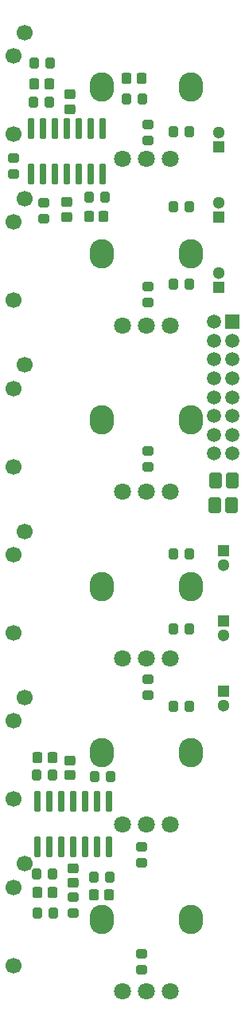
<source format=gbr>
G04 DipTrace 4.0.0.5*
G04 BottomMask.gbr*
%MOIN*%
G04 #@! TF.FileFunction,Soldermask,Bot*
G04 #@! TF.Part,Single*
%AMOUTLINE1*
4,1,28,
0.014105,-0.032874,
-0.014105,-0.032874,
-0.017038,-0.032488,
-0.01989,-0.031306,
-0.02234,-0.029427,
-0.02422,-0.026977,
-0.025401,-0.024124,
-0.025787,-0.021192,
-0.025787,0.021192,
-0.025401,0.024124,
-0.02422,0.026977,
-0.02234,0.029427,
-0.01989,0.031306,
-0.017038,0.032488,
-0.014105,0.032874,
0.014105,0.032874,
0.017038,0.032488,
0.01989,0.031306,
0.02234,0.029427,
0.02422,0.026977,
0.025401,0.024124,
0.025787,0.021192,
0.025787,-0.021192,
0.025401,-0.024124,
0.02422,-0.026977,
0.02234,-0.029427,
0.01989,-0.031306,
0.017038,-0.032488,
0.014105,-0.032874,
0*%
%AMOUTLINE4*
4,1,28,
-0.014105,0.032874,
0.014105,0.032874,
0.017038,0.032488,
0.01989,0.031306,
0.02234,0.029427,
0.02422,0.026977,
0.025401,0.024124,
0.025787,0.021192,
0.025787,-0.021192,
0.025401,-0.024124,
0.02422,-0.026977,
0.02234,-0.029427,
0.01989,-0.031306,
0.017038,-0.032488,
0.014105,-0.032874,
-0.014105,-0.032874,
-0.017038,-0.032488,
-0.01989,-0.031306,
-0.02234,-0.029427,
-0.02422,-0.026977,
-0.025401,-0.024124,
-0.025787,-0.021192,
-0.025787,0.021192,
-0.025401,0.024124,
-0.02422,0.026977,
-0.02234,0.029427,
-0.01989,0.031306,
-0.017038,0.032488,
-0.014105,0.032874,
0*%
%AMOUTLINE7*
4,1,28,
-0.009775,0.023031,
0.009775,0.023031,
0.012605,0.022659,
0.015363,0.021517,
0.017731,0.019699,
0.019548,0.017331,
0.02069,0.014574,
0.021063,0.011743,
0.021063,-0.011743,
0.02069,-0.014574,
0.019548,-0.017331,
0.017731,-0.019699,
0.015363,-0.021517,
0.012605,-0.022659,
0.009775,-0.023031,
-0.009775,-0.023031,
-0.012605,-0.022659,
-0.015363,-0.021517,
-0.017731,-0.019699,
-0.019548,-0.017331,
-0.02069,-0.014574,
-0.021063,-0.011743,
-0.021063,0.011743,
-0.02069,0.014574,
-0.019548,0.017331,
-0.017731,0.019699,
-0.015363,0.021517,
-0.012605,0.022659,
-0.009775,0.023031,
0*%
%AMOUTLINE10*
4,1,28,
0.009775,-0.023031,
-0.009775,-0.023031,
-0.012605,-0.022659,
-0.015363,-0.021517,
-0.017731,-0.019699,
-0.019548,-0.017331,
-0.02069,-0.014574,
-0.021063,-0.011743,
-0.021063,0.011743,
-0.02069,0.014574,
-0.019548,0.017331,
-0.017731,0.019699,
-0.015363,0.021517,
-0.012605,0.022659,
-0.009775,0.023031,
0.009775,0.023031,
0.012605,0.022659,
0.015363,0.021517,
0.017731,0.019699,
0.019548,0.017331,
0.02069,0.014574,
0.021063,0.011743,
0.021063,-0.011743,
0.02069,-0.014574,
0.019548,-0.017331,
0.017731,-0.019699,
0.015363,-0.021517,
0.012605,-0.022659,
0.009775,-0.023031,
0*%
%AMOUTLINE13*
4,1,28,
0.023031,0.009775,
0.023031,-0.009775,
0.022659,-0.012605,
0.021517,-0.015363,
0.019699,-0.017731,
0.017331,-0.019548,
0.014574,-0.02069,
0.011743,-0.021063,
-0.011743,-0.021063,
-0.014574,-0.02069,
-0.017331,-0.019548,
-0.019699,-0.017731,
-0.021517,-0.015363,
-0.022659,-0.012605,
-0.023031,-0.009775,
-0.023031,0.009775,
-0.022659,0.012605,
-0.021517,0.015363,
-0.019699,0.017731,
-0.017331,0.019548,
-0.014574,0.02069,
-0.011743,0.021063,
0.011743,0.021063,
0.014574,0.02069,
0.017331,0.019548,
0.019699,0.017731,
0.021517,0.015363,
0.022659,0.012605,
0.023031,0.009775,
0*%
%AMOUTLINE16*
4,1,28,
-0.023031,-0.009775,
-0.023031,0.009775,
-0.022659,0.012605,
-0.021517,0.015363,
-0.019699,0.017731,
-0.017331,0.019548,
-0.014574,0.02069,
-0.011743,0.021063,
0.011743,0.021063,
0.014574,0.02069,
0.017331,0.019548,
0.019699,0.017731,
0.021517,0.015363,
0.022659,0.012605,
0.023031,0.009775,
0.023031,-0.009775,
0.022659,-0.012605,
0.021517,-0.015363,
0.019699,-0.017731,
0.017331,-0.019548,
0.014574,-0.02069,
0.011743,-0.021063,
-0.011743,-0.021063,
-0.014574,-0.02069,
-0.017331,-0.019548,
-0.019699,-0.017731,
-0.021517,-0.015363,
-0.022659,-0.012605,
-0.023031,-0.009775,
0*%
%AMOUTLINE19*
4,1,28,
0.008594,-0.023031,
-0.008594,-0.023031,
-0.011118,-0.022699,
-0.013591,-0.021675,
-0.015715,-0.020045,
-0.017344,-0.017922,
-0.018368,-0.015449,
-0.018701,-0.012924,
-0.018701,0.012924,
-0.018368,0.015449,
-0.017344,0.017922,
-0.015715,0.020045,
-0.013591,0.021675,
-0.011118,0.022699,
-0.008594,0.023031,
0.008594,0.023031,
0.011118,0.022699,
0.013591,0.021675,
0.015715,0.020045,
0.017344,0.017922,
0.018368,0.015449,
0.018701,0.012924,
0.018701,-0.012924,
0.018368,-0.015449,
0.017344,-0.017922,
0.015715,-0.020045,
0.013591,-0.021675,
0.011118,-0.022699,
0.008594,-0.023031,
0*%
%AMOUTLINE22*
4,1,28,
-0.008594,0.023031,
0.008594,0.023031,
0.011118,0.022699,
0.013591,0.021675,
0.015715,0.020045,
0.017344,0.017922,
0.018368,0.015449,
0.018701,0.012924,
0.018701,-0.012924,
0.018368,-0.015449,
0.017344,-0.017922,
0.015715,-0.020045,
0.013591,-0.021675,
0.011118,-0.022699,
0.008594,-0.023031,
-0.008594,-0.023031,
-0.011118,-0.022699,
-0.013591,-0.021675,
-0.015715,-0.020045,
-0.017344,-0.017922,
-0.018368,-0.015449,
-0.018701,-0.012924,
-0.018701,0.012924,
-0.018368,0.015449,
-0.017344,0.017922,
-0.015715,0.020045,
-0.013591,0.021675,
-0.011118,0.022699,
-0.008594,0.023031,
0*%
%AMOUTLINE25*
4,1,28,
0.023031,0.008594,
0.023031,-0.008594,
0.022699,-0.011118,
0.021675,-0.013591,
0.020045,-0.015715,
0.017922,-0.017344,
0.015449,-0.018368,
0.012924,-0.018701,
-0.012924,-0.018701,
-0.015449,-0.018368,
-0.017922,-0.017344,
-0.020045,-0.015715,
-0.021675,-0.013591,
-0.022699,-0.011118,
-0.023031,-0.008594,
-0.023031,0.008594,
-0.022699,0.011118,
-0.021675,0.013591,
-0.020045,0.015715,
-0.017922,0.017344,
-0.015449,0.018368,
-0.012924,0.018701,
0.012924,0.018701,
0.015449,0.018368,
0.017922,0.017344,
0.020045,0.015715,
0.021675,0.013591,
0.022699,0.011118,
0.023031,0.008594,
0*%
%AMOUTLINE28*
4,1,28,
-0.023031,-0.008594,
-0.023031,0.008594,
-0.022699,0.011118,
-0.021675,0.013591,
-0.020045,0.015715,
-0.017922,0.017344,
-0.015449,0.018368,
-0.012924,0.018701,
0.012924,0.018701,
0.015449,0.018368,
0.017922,0.017344,
0.020045,0.015715,
0.021675,0.013591,
0.022699,0.011118,
0.023031,0.008594,
0.023031,-0.008594,
0.022699,-0.011118,
0.021675,-0.013591,
0.020045,-0.015715,
0.017922,-0.017344,
0.015449,-0.018368,
0.012924,-0.018701,
-0.012924,-0.018701,
-0.015449,-0.018368,
-0.017922,-0.017344,
-0.020045,-0.015715,
-0.021675,-0.013591,
-0.022699,-0.011118,
-0.023031,-0.008594,
0*%
%AMOUTLINE31*
4,1,28,
0.006231,-0.04311,
-0.006231,-0.04311,
-0.008247,-0.042845,
-0.010245,-0.042017,
-0.011961,-0.040701,
-0.013277,-0.038985,
-0.014105,-0.036987,
-0.01437,-0.034972,
-0.01437,0.034972,
-0.014105,0.036987,
-0.013277,0.038985,
-0.011961,0.040701,
-0.010245,0.042017,
-0.008247,0.042845,
-0.006231,0.04311,
0.006231,0.04311,
0.008247,0.042845,
0.010245,0.042017,
0.011961,0.040701,
0.013277,0.038985,
0.014105,0.036987,
0.01437,0.034972,
0.01437,-0.034972,
0.014105,-0.036987,
0.013277,-0.038985,
0.011961,-0.040701,
0.010245,-0.042017,
0.008247,-0.042845,
0.006231,-0.04311,
0*%
%AMOUTLINE34*
4,1,28,
-0.006231,0.04311,
0.006231,0.04311,
0.008247,0.042845,
0.010245,0.042017,
0.011961,0.040701,
0.013277,0.038985,
0.014105,0.036987,
0.01437,0.034972,
0.01437,-0.034972,
0.014105,-0.036987,
0.013277,-0.038985,
0.011961,-0.040701,
0.010245,-0.042017,
0.008247,-0.042845,
0.006231,-0.04311,
-0.006231,-0.04311,
-0.008247,-0.042845,
-0.010245,-0.042017,
-0.011961,-0.040701,
-0.013277,-0.038985,
-0.014105,-0.036987,
-0.01437,-0.034972,
-0.01437,0.034972,
-0.014105,0.036987,
-0.013277,0.038985,
-0.011961,0.040701,
-0.010245,0.042017,
-0.008247,0.042845,
-0.006231,0.04311,
0*%
%ADD21R,0.059055X0.059055*%
%ADD22C,0.059055*%
%ADD24C,0.066929*%
%ADD33O,0.102362X0.122047*%
%ADD35C,0.070866*%
%ADD41R,0.051181X0.051181*%
%ADD43C,0.051181*%
%ADD47OUTLINE1*%
%ADD50OUTLINE4*%
%ADD53OUTLINE7*%
%ADD56OUTLINE10*%
%ADD59OUTLINE13*%
%ADD62OUTLINE16*%
%ADD65OUTLINE19*%
%ADD68OUTLINE22*%
%ADD71OUTLINE25*%
%ADD74OUTLINE28*%
%ADD77OUTLINE31*%
%ADD80OUTLINE34*%
%FSLAX26Y26*%
G04*
G70*
G90*
G75*
G01*
G04 BotMask*
%LPD*%
D43*
X1467156Y4114533D3*
D41*
Y4055477D3*
D43*
X1467158Y3821423D3*
D41*
X1467155Y3762368D3*
D47*
X1451952Y2662304D3*
D50*
X1522819D3*
D53*
X756249Y4318749D3*
D56*
X693257D3*
X1081249Y4343749D3*
D53*
X1144241D3*
D47*
X1449161Y2559526D3*
D50*
X1520027D3*
D43*
X1467156Y3528312D3*
D41*
Y3469257D3*
D43*
X1485746Y2308332D3*
D41*
Y2367387D3*
D59*
X843749Y4212253D3*
D62*
Y4275245D3*
D59*
X831249Y3762253D3*
D62*
Y3825245D3*
D56*
X922165Y3766762D3*
D53*
X985157D3*
D56*
X943749Y931249D3*
D53*
X1006741D3*
D62*
X856248Y1043749D3*
D59*
X856250Y980757D3*
D62*
X843749Y1493749D3*
D59*
X843751Y1430757D3*
D43*
X1485747Y2015222D3*
D41*
X1485746Y2074277D3*
D43*
Y1722111D3*
D41*
Y1781166D3*
D53*
X768749Y943749D3*
D56*
X705757D3*
D53*
X768749Y1506249D3*
D56*
X705757D3*
D21*
X1523930Y3325599D3*
D22*
X1445190D3*
X1523930Y3246859D3*
X1445190D3*
X1523930Y3168119D3*
X1445190D3*
X1523930Y3089379D3*
X1445190D3*
X1523930Y3010639D3*
X1445190D3*
X1523930Y2931899D3*
X1445190D3*
X1523930Y2853158D3*
X1445190D3*
X1523930Y2774418D3*
X1445190D3*
D24*
X608127Y4108526D3*
Y4435298D3*
X651876Y4533479D3*
X608127Y3414229D3*
Y3741001D3*
X651876Y3839182D3*
X608127Y2719931D3*
Y3046703D3*
X651876Y3144884D3*
X608127Y2025635D3*
Y2352407D3*
X651876Y2450588D3*
X608127Y1331338D3*
Y1658110D3*
X651876Y1756291D3*
X608127Y637040D3*
Y963812D3*
X651876Y1061993D3*
D35*
X1064043Y4004025D3*
X1164043D3*
X1264043D3*
D33*
X976523Y4304025D3*
X1351523D3*
D35*
X1064043Y3309143D3*
X1164043D3*
X1264043D3*
D33*
X976523Y3609143D3*
X1351523D3*
D35*
X1064043Y2614261D3*
X1164043D3*
X1264043D3*
D33*
X976523Y2914261D3*
X1351523D3*
D35*
X1064043Y1919379D3*
X1164043D3*
X1264043D3*
D33*
X976523Y2219379D3*
X1351523D3*
D35*
X1064043Y1224497D3*
X1164043D3*
X1264043D3*
D33*
X976523Y1524497D3*
X1351523D3*
D35*
X1064043Y529615D3*
X1164043D3*
X1264043D3*
D33*
X976523Y829615D3*
X1351523D3*
D65*
X693749Y4406249D3*
D68*
X760284D3*
D71*
X606249Y3943749D3*
D74*
Y4010284D3*
D71*
X1168749Y4081249D3*
D74*
Y4147784D3*
D71*
Y3406249D3*
D74*
Y3472784D3*
D68*
X756249Y4243749D3*
D65*
X689714D3*
X1081249Y4256249D3*
D68*
X1147784D3*
X1343749Y4118749D3*
D65*
X1277214D3*
D68*
X1343749Y3806249D3*
D65*
X1277214D3*
D74*
X734759Y3820854D3*
D71*
X734760Y3754319D3*
X856249Y856249D3*
D74*
X856247Y922784D3*
D71*
X1168749Y2718749D3*
D74*
Y2785284D3*
Y1831249D3*
D71*
Y1764714D3*
D65*
X922165Y3844185D3*
D68*
X988700D3*
D65*
X943749Y1006249D3*
D68*
X1010284D3*
X1343749Y3481249D3*
D65*
X1277214D3*
D68*
X1343749Y2356249D3*
D65*
X1277214D3*
D68*
X772784Y856250D3*
D65*
X706249Y856248D3*
D68*
X1014517Y1427018D3*
D65*
X947981Y1427016D3*
D74*
X1143748Y1131249D3*
D71*
X1143750Y1064714D3*
X1143749Y618749D3*
D74*
Y685284D3*
D68*
X768749Y1018749D3*
D65*
X702214D3*
D68*
X768749Y1431249D3*
D65*
X702214D3*
D68*
X1343749Y2043749D3*
D65*
X1277214D3*
D68*
X1343749Y1718749D3*
D65*
X1277214D3*
D77*
X681249Y4131249D3*
X731249D3*
X781249D3*
X831249D3*
X881249D3*
X931249D3*
X981249D3*
D80*
Y3940698D3*
X931249D3*
X881249D3*
X831249D3*
X781249D3*
X731249D3*
X681249D3*
X1006249Y1131249D3*
X956249D3*
X906249D3*
X856249D3*
X806249D3*
X756249D3*
X706249D3*
D77*
Y1321800D3*
X756249D3*
X806249D3*
X856249D3*
X906249D3*
X956249D3*
X1006249D3*
M02*

</source>
